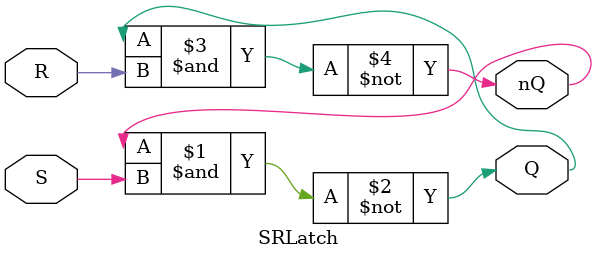
<source format=v>
module SRLatch(Q, nQ, S, R);

	input S, R;
	output Q, nQ;
	
	nand(Q, nQ, S);
	nand(nQ, Q, R);
endmodule
</source>
